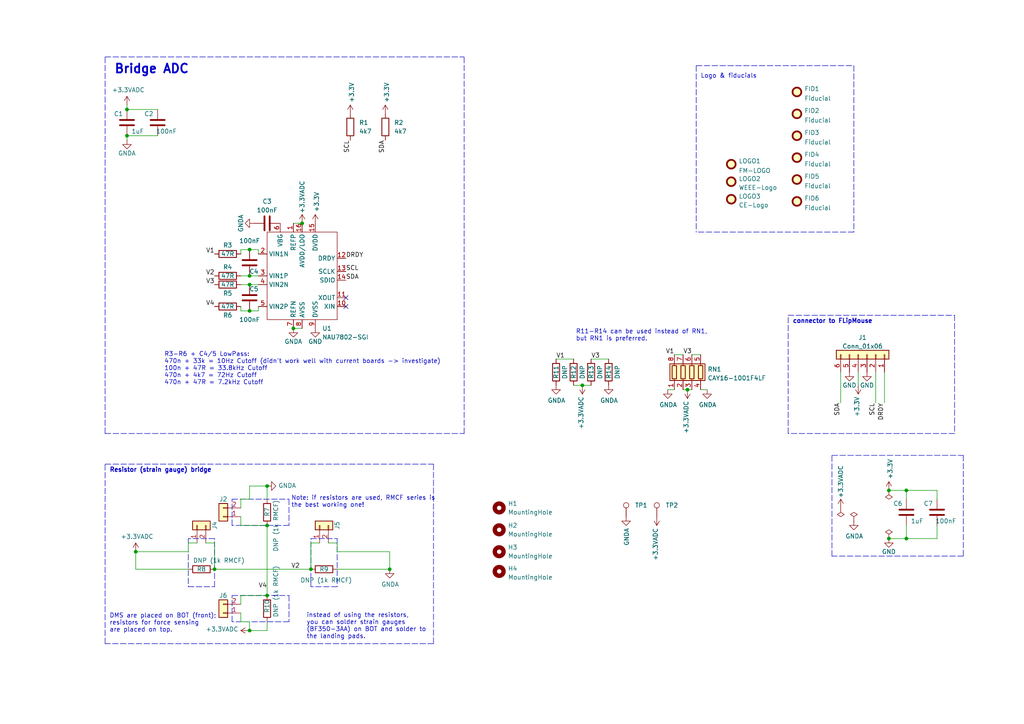
<source format=kicad_sch>
(kicad_sch (version 20211123) (generator eeschema)
  (paper "A4")
  (title_block (title "RES-DMS for FLipMouse") (date "2022-11-16") (rev "v3.2") (comment 1 "Eduard Sustr & Benjamin Aigner"))
  (lib_symbols
    (symbol "Connector:TestPoint" (pin_numbers hide) (pin_names (offset 0.762) hide)
      (property "Reference" "TP" (at 0 6.858 0))
      (property "Value" "TestPoint" (at 0 5.08 0))
      (symbol "TestPoint_0_1"
        (circle (center 0 3.302) (radius 0.762))
      )
      (symbol "TestPoint_1_1"
        (pin passive line (at 0 0 90) (length 2.54) (name "1") (number "1"))
      )
    )
    (symbol "Connector_Generic:Conn_01x02" (pin_names (offset 1.016) hide)
      (property "Reference" "J" (at 0 2.54 0))
      (property "Value" "Conn_01x02" (at 0 -5.08 0))
      (symbol "Conn_01x02_1_1"
        (rectangle (start -1.27 -2.413) (end 0 -2.667) (stroke (width 0.1524)))
        (rectangle (start -1.27 0.127) (end 0 -0.127) (stroke (width 0.1524)))
        (rectangle (start -1.27 1.27) (end 1.27 -3.81) (stroke (width 0.254)) (fill (type background)))
        (pin passive line (at -5.08 0 0) (length 3.81) (name "Pin_1") (number "1"))
        (pin passive line (at -5.08 -2.54 0) (length 3.81) (name "Pin_2") (number "2"))
      )
    )
    (symbol "Connector_Generic:Conn_01x06" (pin_names (offset 1.016) hide)
      (property "Reference" "J" (at 0 7.62 0))
      (property "Value" "Conn_01x06" (at 0 -10.16 0))
      (symbol "Conn_01x06_1_1"
        (rectangle (start -1.27 -7.493) (end 0 -7.747) (stroke (width 0.1524)))
        (rectangle (start -1.27 -4.953) (end 0 -5.207) (stroke (width 0.1524)))
        (rectangle (start -1.27 -2.413) (end 0 -2.667) (stroke (width 0.1524)))
        (rectangle (start -1.27 0.127) (end 0 -0.127) (stroke (width 0.1524)))
        (rectangle (start -1.27 2.667) (end 0 2.413) (stroke (width 0.1524)))
        (rectangle (start -1.27 5.207) (end 0 4.953) (stroke (width 0.1524)))
        (rectangle (start -1.27 6.35) (end 1.27 -8.89) (stroke (width 0.254)) (fill (type background)))
        (pin passive line (at -5.08 5.08 0) (length 3.81) (name "Pin_1") (number "1"))
        (pin passive line (at -5.08 2.54 0) (length 3.81) (name "Pin_2") (number "2"))
        (pin passive line (at -5.08 0 0) (length 3.81) (name "Pin_3") (number "3"))
        (pin passive line (at -5.08 -2.54 0) (length 3.81) (name "Pin_4") (number "4"))
        (pin passive line (at -5.08 -5.08 0) (length 3.81) (name "Pin_5") (number "5"))
        (pin passive line (at -5.08 -7.62 0) (length 3.81) (name "Pin_6") (number "6"))
      )
    )
    (symbol "Device:C" (pin_numbers hide) (pin_names (offset 0.254))
      (property "Reference" "C" (at 0.635 2.54 0))
      (property "Value" "C" (at 0.635 -2.54 0))
      (symbol "C_0_1"
        (polyline (pts (xy -2.032 -0.762) (xy 2.032 -0.762)) (stroke (width 0.508)))
        (polyline (pts (xy -2.032 0.762) (xy 2.032 0.762)) (stroke (width 0.508)))
      )
      (symbol "C_1_1"
        (pin passive line (at 0 3.81 270) (length 2.794) (name "~") (number "1"))
        (pin passive line (at 0 -3.81 90) (length 2.794) (name "~") (number "2"))
      )
    )
    (symbol "Device:R" (pin_numbers hide) (pin_names (offset 0))
      (property "Reference" "R" (at 2.032 0 90))
      (property "Value" "R" (at 0 0 90))
      (symbol "R_0_1"
        (rectangle (start -1.016 -2.54) (end 1.016 2.54) (stroke (width 0.254)))
      )
      (symbol "R_1_1"
        (pin passive line (at 0 3.81 270) (length 1.27) (name "~") (number "1"))
        (pin passive line (at 0 -3.81 90) (length 1.27) (name "~") (number "2"))
      )
    )
    (symbol "Device:R_Pack04" (pin_names (offset 0) hide)
      (property "Reference" "RN" (at -7.62 0 90))
      (property "Value" "R_Pack04" (at 5.08 0 90))
      (symbol "R_Pack04_0_1"
        (rectangle (start -6.35 -2.413) (end 3.81 2.413) (stroke (width 0.254)) (fill (type background)))
        (rectangle (start -5.715 1.905) (end -4.445 -1.905) (stroke (width 0.254)))
        (rectangle (start -3.175 1.905) (end -1.905 -1.905) (stroke (width 0.254)))
        (rectangle (start -0.635 1.905) (end 0.635 -1.905) (stroke (width 0.254)))
        (polyline (pts (xy -5.08 -2.54) (xy -5.08 -1.905)))
        (polyline (pts (xy -5.08 1.905) (xy -5.08 2.54)))
        (polyline (pts (xy -2.54 -2.54) (xy -2.54 -1.905)))
        (polyline (pts (xy -2.54 1.905) (xy -2.54 2.54)))
        (polyline (pts (xy 0 -2.54) (xy 0 -1.905)))
        (polyline (pts (xy 0 1.905) (xy 0 2.54)))
        (polyline (pts (xy 2.54 -2.54) (xy 2.54 -1.905)))
        (polyline (pts (xy 2.54 1.905) (xy 2.54 2.54)))
        (rectangle (start 1.905 1.905) (end 3.175 -1.905) (stroke (width 0.254)))
      )
      (symbol "R_Pack04_1_1"
        (pin passive line (at -5.08 -5.08 90) (length 2.54) (name "R1.1") (number "1"))
        (pin passive line (at -2.54 -5.08 90) (length 2.54) (name "R2.1") (number "2"))
        (pin passive line (at 0 -5.08 90) (length 2.54) (name "R3.1") (number "3"))
        (pin passive line (at 2.54 -5.08 90) (length 2.54) (name "R4.1") (number "4"))
        (pin passive line (at 2.54 5.08 270) (length 2.54) (name "R4.2") (number "5"))
        (pin passive line (at 0 5.08 270) (length 2.54) (name "R3.2") (number "6"))
        (pin passive line (at -2.54 5.08 270) (length 2.54) (name "R2.2") (number "7"))
        (pin passive line (at -5.08 5.08 270) (length 2.54) (name "R1.2") (number "8"))
      )
    )
    (symbol "Mechanical:Fiducial"
      (property "Reference" "FID" (at 0 5.08 0))
      (property "Value" "Fiducial" (at 0 3.175 0))
      (symbol "Fiducial_0_1"
        (circle (center 0 0) (radius 1.27) (stroke (width 0.508)) (fill (type background)))
      )
    )
    (symbol "Mechanical:MountingHole" (pin_names (offset 1.016))
      (property "Reference" "H" (at 0 5.08 0))
      (property "Value" "MountingHole" (at 0 3.175 0))
      (symbol "MountingHole_0_1"
        (circle (center 0 0) (radius 1.27) (stroke (width 1.27)))
      )
    )
    (symbol "NAU7802:NAU7802-SGI"
      (property "Reference" "U" (at 6.35 13.97 0))
      (property "Value" "NAU7802-SGI" (at 12.7 -15.24 0))
      (symbol "NAU7802-SGI_0_1"
        (rectangle (start -10.16 12.7) (end 10.16 -12.7))
      )
      (symbol "NAU7802-SGI_1_1"
        (pin input line (at -2.54 15.24 270) (length 2.54) (name "REFP") (number "1"))
        (pin input line (at 12.7 -8.89 180) (length 2.54) (name "XIN") (number "10"))
        (pin output line (at 12.7 -6.35 180) (length 2.54) (name "XOUT") (number "11"))
        (pin output line (at 12.7 5.08 180) (length 2.54) (name "DRDY") (number "12"))
        (pin input line (at 12.7 1.27 180) (length 2.54) (name "SCLK") (number "13"))
        (pin bidirectional line (at 12.7 -1.27 180) (length 2.54) (name "SDIO") (number "14"))
        (pin power_in line (at 3.81 15.24 270) (length 2.54) (name "DVDD") (number "15"))
        (pin bidirectional line (at 0 15.24 270) (length 2.54) (name "AVDD/LDO") (number "16"))
        (pin input line (at -12.7 6.35 0) (length 2.54) (name "VIN1N") (number "2"))
        (pin input line (at -12.7 0 0) (length 2.54) (name "VIN1P") (number "3"))
        (pin input line (at -12.7 -2.54 0) (length 2.54) (name "VIN2N") (number "4"))
        (pin input line (at -12.7 -8.89 0) (length 2.54) (name "VIN2P") (number "5"))
        (pin bidirectional line (at -6.35 15.24 270) (length 2.54) (name "VBG") (number "6"))
        (pin input line (at -2.54 -15.24 90) (length 2.54) (name "REFN") (number "7"))
        (pin power_in line (at 0 -15.24 90) (length 2.54) (name "AVSS") (number "8"))
        (pin power_in line (at 3.81 -15.24 90) (length 2.54) (name "DVSS") (number "9"))
      )
    )
    (symbol "power:+3.3V" (power) (pin_names (offset 0))
      (property "Value" "+3.3V" (at 0 3.556 0))
      (symbol "+3.3V_0_1"
        (polyline (pts (xy -0.762 1.27) (xy 0 2.54)))
        (polyline (pts (xy 0 0) (xy 0 2.54)))
        (polyline (pts (xy 0 2.54) (xy 0.762 1.27)))
      )
      (symbol "+3.3V_1_1"
        (pin power_in line (at 0 0 90) (length 0) hide (name "+3.3V") (number "1"))
      )
    )
    (symbol "power:+3.3VADC" (power) (pin_names (offset 0))
      (property "Value" "+3.3VADC" (at 0 2.54 0))
      (symbol "+3.3VADC_0_0"
        (pin power_in line (at 0 0 90) (length 0) hide (name "+3.3VADC") (number "1"))
      )
      (symbol "+3.3VADC_0_1"
        (polyline (pts (xy -0.762 1.27) (xy 0 2.54)))
        (polyline (pts (xy 0 0) (xy 0 2.54)))
        (polyline (pts (xy 0 2.54) (xy 0.762 1.27)))
      )
    )
    (symbol "power:GND" (power) (pin_names (offset 0))
      (property "Value" "GND" (at 0 -3.81 0))
      (symbol "GND_0_1"
        (polyline (pts (xy 0 0) (xy 0 -1.27) (xy 1.27 -1.27) (xy 0 -2.54) (xy -1.27 -1.27) (xy 0 -1.27)))
      )
      (symbol "GND_1_1"
        (pin power_in line (at 0 0 270) (length 0) hide (name "GND") (number "1"))
      )
    )
    (symbol "power:GNDA" (power) (pin_names (offset 0))
      (property "Value" "GNDA" (at 0 -3.81 0))
      (symbol "GNDA_0_1"
        (polyline (pts (xy 0 0) (xy 0 -1.27) (xy 1.27 -1.27) (xy 0 -2.54) (xy -1.27 -1.27) (xy 0 -1.27)))
      )
      (symbol "GNDA_1_1"
        (pin power_in line (at 0 0 270) (length 0) hide (name "GNDA") (number "1"))
      )
    )
    (symbol "power:PWR_FLAG" (power) (pin_numbers hide) (pin_names (offset 0) hide)
      (property "Value" "PWR_FLAG" (at 0 3.81 0))
      (symbol "PWR_FLAG_0_0"
        (pin power_out line (at 0 0 90) (length 0) (name "pwr") (number "1"))
      )
      (symbol "PWR_FLAG_0_1"
        (polyline (pts (xy 0 0) (xy 0 1.27) (xy -1.016 1.905) (xy 0 2.54) (xy 1.016 1.905) (xy 0 1.27)))
      )
    )
  )
  (junction (at 90.17 165.1))
  (junction (at 257.81 156.21))
  (junction (at 36.83 31.75))
  (junction (at 77.47 140.97))
  (junction (at 62.23 165.1))
  (junction (at 77.47 172.72))
  (junction (at 113.03 165.1))
  (junction (at 262.89 142.24))
  (junction (at 87.63 64.77))
  (junction (at 72.39 72.39))
  (junction (at 72.39 90.17))
  (junction (at 39.37 160.02))
  (junction (at 85.09 95.25))
  (junction (at 257.81 142.24))
  (junction (at 262.89 156.21))
  (junction (at 36.83 39.37))
  (junction (at 77.47 152.4))
  (junction (at 199.39 113.03))
  (junction (at 72.39 82.55))
  (junction (at 168.91 111.76))
  (junction (at 72.39 182.88))
  (junction (at 72.39 80.01))
  (no_connect (at 100.33 86.36))
  (no_connect (at 100.33 88.9))
  (wire (pts (xy 39.37 160.02) (xy 39.37 165.1)))
  (polyline (pts (xy 125.73 134.62) (xy 125.73 186.69)))
  (wire (pts (xy 74.93 90.17) (xy 74.93 88.9)))
  (wire (pts (xy 69.85 90.17) (xy 72.39 90.17)))
  (polyline (pts (xy 30.48 16.51) (xy 134.62 16.51)))
  (polyline (pts (xy 30.48 125.73) (xy 134.62 125.73)))
  (wire (pts (xy 198.12 113.03) (xy 199.39 113.03)))
  (wire (pts (xy 69.85 149.86) (xy 69.85 152.4)))
  (wire (pts (xy 69.85 82.55) (xy 72.39 82.55)))
  (polyline (pts (xy 54.61 170.18) (xy 62.23 170.18)))
  (wire (pts (xy 171.45 104.14) (xy 176.53 104.14)))
  (wire (pts (xy 59.69 157.48) (xy 62.23 157.48)))
  (polyline (pts (xy 241.3 161.29) (xy 241.3 132.08)))
  (polyline (pts (xy 67.31 172.72) (xy 83.82 172.72)))
  (wire (pts (xy 45.72 39.37) (xy 36.83 39.37)))
  (wire (pts (xy 69.85 88.9) (xy 69.85 90.17)))
  (wire (pts (xy 262.89 142.24) (xy 271.78 142.24)))
  (wire (pts (xy 72.39 140.97) (xy 77.47 140.97)))
  (polyline (pts (xy 201.93 19.05) (xy 247.65 19.05)))
  (wire (pts (xy 74.93 72.39) (xy 74.93 73.66)))
  (wire (pts (xy 199.39 113.03) (xy 200.66 113.03)))
  (wire (pts (xy 161.29 104.14) (xy 166.37 104.14)))
  (polyline (pts (xy 276.86 125.73) (xy 228.6 125.73)))
  (wire (pts (xy 69.85 80.01) (xy 72.39 80.01)))
  (wire (pts (xy 36.83 30.48) (xy 36.83 31.75)))
  (polyline (pts (xy 201.93 19.05) (xy 201.93 67.31)))
  (wire (pts (xy 62.23 165.1) (xy 90.17 165.1)))
  (wire (pts (xy 193.675 113.03) (xy 195.58 113.03)))
  (wire (pts (xy 90.17 157.48) (xy 90.17 165.1)))
  (polyline (pts (xy 247.65 67.31) (xy 201.93 67.31)))
  (wire (pts (xy 69.85 72.39) (xy 72.39 72.39)))
  (wire (pts (xy 271.78 142.24) (xy 271.78 144.78)))
  (wire (pts (xy 77.47 180.34) (xy 77.47 182.88)))
  (wire (pts (xy 36.83 40.64) (xy 36.83 39.37)))
  (wire (pts (xy 69.85 172.72) (xy 77.47 172.72)))
  (polyline (pts (xy 228.6 91.44) (xy 276.86 91.44)))
  (wire (pts (xy 54.61 157.48) (xy 54.61 160.02)))
  (wire (pts (xy 113.03 165.1) (xy 113.03 160.02)))
  (polyline (pts (xy 83.82 144.78) (xy 83.82 152.4)))
  (wire (pts (xy 257.81 142.24) (xy 262.89 142.24)))
  (wire (pts (xy 85.09 95.25) (xy 87.63 95.25)))
  (wire (pts (xy 69.85 73.66) (xy 69.85 72.39)))
  (wire (pts (xy 77.47 144.78) (xy 77.47 140.97)))
  (polyline (pts (xy 228.6 125.73) (xy 228.6 91.44)))
  (polyline (pts (xy 279.4 132.08) (xy 279.4 161.29)))
  (polyline (pts (xy 67.31 152.4) (xy 67.31 144.78)))
  (wire (pts (xy 243.84 116.84) (xy 243.84 107.95)))
  (wire (pts (xy 69.85 177.8) (xy 69.85 180.34)))
  (polyline (pts (xy 67.31 180.34) (xy 67.31 172.72)))
  (wire (pts (xy 262.89 142.24) (xy 262.89 144.78)))
  (polyline (pts (xy 30.48 186.69) (xy 30.48 134.62)))
  (wire (pts (xy 72.39 90.17) (xy 74.93 90.17)))
  (polyline (pts (xy 30.48 134.62) (xy 125.73 134.62)))
  (wire (pts (xy 36.83 31.75) (xy 45.72 31.75)))
  (wire (pts (xy 92.71 157.48) (xy 90.17 157.48)))
  (wire (pts (xy 262.89 156.21) (xy 271.78 156.21)))
  (wire (pts (xy 85.09 64.77) (xy 87.63 64.77)))
  (wire (pts (xy 248.92 107.95) (xy 248.92 111.76)))
  (wire (pts (xy 69.85 180.34) (xy 72.39 180.34)))
  (polyline (pts (xy 134.62 125.73) (xy 134.62 16.51)))
  (polyline (pts (xy 62.23 170.18) (xy 62.23 156.21)))
  (wire (pts (xy 72.39 80.01) (xy 74.93 80.01)))
  (wire (pts (xy 69.85 147.32) (xy 69.85 144.78)))
  (wire (pts (xy 168.91 111.76) (xy 171.45 111.76)))
  (wire (pts (xy 97.79 165.1) (xy 113.03 165.1)))
  (polyline (pts (xy 97.79 170.18) (xy 90.17 170.18)))
  (wire (pts (xy 256.54 107.95) (xy 256.54 116.84)))
  (polyline (pts (xy 30.48 125.73) (xy 30.48 16.51)))
  (polyline (pts (xy 54.61 156.21) (xy 54.61 170.18)))
  (wire (pts (xy 262.89 152.4) (xy 262.89 156.21)))
  (wire (pts (xy 95.25 157.48) (xy 97.79 157.48)))
  (polyline (pts (xy 62.23 156.21) (xy 54.61 156.21)))
  (wire (pts (xy 200.66 102.87) (xy 203.2 102.87)))
  (polyline (pts (xy 247.65 19.05) (xy 247.65 67.31)))
  (polyline (pts (xy 83.82 152.4) (xy 67.31 152.4)))
  (wire (pts (xy 113.03 160.02) (xy 97.79 160.02)))
  (wire (pts (xy 69.85 152.4) (xy 77.47 152.4)))
  (polyline (pts (xy 241.3 132.08) (xy 279.4 132.08)))
  (wire (pts (xy 166.37 111.76) (xy 168.91 111.76)))
  (wire (pts (xy 72.39 72.39) (xy 74.93 72.39)))
  (wire (pts (xy 39.37 160.02) (xy 54.61 160.02)))
  (wire (pts (xy 72.39 140.97) (xy 72.39 144.78)))
  (wire (pts (xy 72.39 182.88) (xy 72.39 180.34)))
  (polyline (pts (xy 125.73 186.69) (xy 30.48 186.69)))
  (polyline (pts (xy 276.86 91.44) (xy 276.86 125.73)))
  (wire (pts (xy 271.78 156.21) (xy 271.78 152.4)))
  (polyline (pts (xy 97.79 156.21) (xy 97.79 170.18)))
  (wire (pts (xy 72.39 182.88) (xy 77.47 182.88)))
  (polyline (pts (xy 83.82 172.72) (xy 83.82 180.34)))
  (wire (pts (xy 257.81 156.21) (xy 262.89 156.21)))
  (wire (pts (xy 57.15 157.48) (xy 54.61 157.48)))
  (polyline (pts (xy 279.4 161.29) (xy 241.3 161.29)))
  (polyline (pts (xy 83.82 180.34) (xy 67.31 180.34)))
  (polyline (pts (xy 90.17 156.21) (xy 97.79 156.21)))
  (wire (pts (xy 254 116.84) (xy 254 107.95)))
  (wire (pts (xy 39.37 165.1) (xy 54.61 165.1)))
  (wire (pts (xy 72.39 82.55) (xy 74.93 82.55)))
  (polyline (pts (xy 90.17 170.18) (xy 90.17 156.21)))
  (wire (pts (xy 203.2 113.03) (xy 205.105 113.03)))
  (polyline (pts (xy 67.31 144.78) (xy 83.82 144.78)))
  (wire (pts (xy 195.58 102.87) (xy 198.12 102.87)))
  (wire (pts (xy 69.85 144.78) (xy 72.39 144.78)))
  (wire (pts (xy 62.23 157.48) (xy 62.23 165.1)))
  (wire (pts (xy 97.79 157.48) (xy 97.79 160.02)))
  (wire (pts (xy 69.85 175.26) (xy 69.85 172.72)))
  (wire (pts (xy 77.47 152.4) (xy 77.47 172.72)))
  (text "DMS are placed on BOT (front);\nresistors for force sensing \nare placed on top." (at 31.75 183.515 0) (effects (font (size 1.27 1.27)) (justify left bottom)))
  (text "Note: if resistors are used, RMCF series is\nthe best working one!" (at 84.455 147.32 0) (effects (font (size 1.27 1.27)) (justify left bottom)))
  (text "connector to FLipMouse" (at 229.87 93.98 0) (effects (font (size 1.27 1.27) (thickness 0.254) bold) (justify left bottom)))
  (text "Resistor (strain gauge) bridge" (at 31.75 137.16 0) (effects (font (size 1.27 1.27) (thickness 0.254) bold) (justify left bottom)))
  (text "Logo & fiducials" (at 203.2 22.86 0) (effects (font (size 1.27 1.27)) (justify left bottom)))
  (text "R11-R14 can be used instead of RN1,\nbut RN1 is preferred." (at 167.005 99.06 0) (effects (font (size 1.27 1.27)) (justify left bottom)))
  (text "Bridge ADC" (at 33.02 21.59 0) (effects (font (size 2.54 2.54) (thickness 0.508) bold) (justify left bottom)))
  (text "instead of using the resistors, \nyou can solder strain gauges \n(BF350-3AA) on BOT and solder to\nthe landing pads." (at 88.9 185.42 0) (effects (font (size 1.27 1.27)) (justify left bottom)))
  (text "R3-R6 + C4/5 LowPass:\n470n + 33k = 10Hz Cutoff (didn't work well with current boards -> investigate)\n100n + 47R = 33.8kHz Cutoff\n470n + 4k7 = 72Hz Cutoff\n470n + 47R = 7.2kHz Cutoff" (at 47.625 111.76 0) (effects (font (size 1.27 1.27)) (justify left bottom)))
  (label "V3" (at 62.23 82.55 180))
  (label "V1" (at 62.23 73.66 180))
  (label "V2" (at 62.23 80.01 180))
  (label "V4" (at 77.47 170.815 180))
  (label "SDA" (at 111.76 40.64 270))
  (label "SCL" (at 100.33 78.74 0))
  (label "SDA" (at 100.33 81.28 0))
  (label "V4" (at 62.23 88.9 180))
  (label "V1" (at 195.58 102.87 180))
  (label "V3" (at 200.66 102.87 180))
  (label "V3" (at 173.99 104.14 180))
  (label "SDA" (at 243.84 116.84 270))
  (label "DRDY" (at 100.33 74.93 0))
  (label "V1" (at 163.83 104.14 180))
  (label "DRDY" (at 256.54 116.84 270))
  (label "SCL" (at 101.6 40.64 270))
  (label "V2" (at 84.455 165.1 0))
  (label "SCL" (at 254 116.84 270))
  (symbol (lib_id "Device:R") (at 77.47 148.59 0) (unit 1)
    (property "Reference" "R7" (at 77.47 149.86 90) (effects (justify left)))
    (property "Value" "DNP (1k RMCF)" (at 80.01 160.02 90) (effects (justify left)))
    (property "Footprint" "Resistor_SMD:R_1206_3216Metric" (effects hide))
  )
  (symbol (lib_id "Device:R") (at 77.47 176.53 0) (unit 1)
    (property "Reference" "R10" (at 77.47 177.8 90) (effects (justify left)))
    (property "Value" "DNP (1k RMCF)" (at 80.01 179.07 90) (effects (justify left)))
    (property "Footprint" "Resistor_SMD:R_1206_3216Metric" (effects hide))
  )
  (symbol (lib_id "Device:R") (at 58.42 165.1 90) (unit 1)
    (property "Reference" "R8" (at 58.42 165.1 90))
    (property "Value" "DNP (1k RMCF)" (at 63.5 162.56 90))
    (property "Footprint" "Resistor_SMD:R_1206_3216Metric" (effects hide))
  )
  (symbol (lib_id "Device:R") (at 93.98 165.1 90) (unit 1)
    (property "Reference" "R9" (at 93.98 165.1 90))
    (property "Value" "DNP (1k RMCF)" (at 94.615 168.275 90))
    (property "Footprint" "Resistor_SMD:R_1206_3216Metric" (effects hide))
  )
  (symbol (lib_id "Device:C") (at 36.83 35.56 0) (unit 1)
    (property "Reference" "C1" (at 33.02 33.02 0) (effects (justify left)))
    (property "Value" "1uF" (at 38.1 38.1 0) (effects (justify left)))
    (property "Footprint" "Capacitor_SMD:C_0603_1608Metric" (effects hide))
    (property "Digikey" "1276-6524-1-ND" (effects hide))
    (property "Farnell" "3013384" (effects hide))
    (property "Mouser" "581-06036C105MAT2A" (effects hide))
    (property "RS-Components" "184-3898" (effects hide))
  )
  (symbol (lib_id "power:GNDA") (at 113.03 165.1 0) (unit 1)
    (property "Reference" "#PWR027" (effects hide))
    (property "Value" "GNDA" (at 113.157 169.4942 0))
  )
  (symbol (lib_id "power:+3.3VADC") (at 39.37 160.02 0) (unit 1)
    (property "Reference" "#PWR026" (effects hide))
    (property "Value" "+3.3VADC" (at 39.751 155.6258 0))
  )
  (symbol (lib_id "power:+3.3VADC") (at 72.39 182.88 90) (unit 1)
    (property "Reference" "#PWR028" (effects hide))
    (property "Value" "+3.3VADC" (at 69.1642 182.499 90) (effects (justify left)))
  )
  (symbol (lib_id "power:GNDA") (at 77.47 140.97 90) (unit 1)
    (property "Reference" "#PWR019" (effects hide))
    (property "Value" "GNDA" (at 80.7212 140.843 90) (effects (justify right)))
  )
  (symbol (lib_id "power:GNDA") (at 247.65 151.13 0) (unit 1)
    (property "Reference" "#PWR024" (effects hide))
    (property "Value" "GNDA" (at 247.777 155.5242 0))
  )
  (symbol (lib_id "power:+3.3V") (at 248.92 111.76 180) (unit 1)
    (property "Reference" "#PWR012" (effects hide))
    (property "Value" "+3.3V" (at 248.539 115.0112 90) (effects (justify left)))
  )
  (symbol (lib_id "power:+3.3VADC") (at 36.83 30.48 0) (unit 1)
    (property "Reference" "#PWR01" (effects hide))
    (property "Value" "+3.3VADC" (at 37.211 26.0858 0))
  )
  (symbol (lib_id "power:GNDA") (at 36.83 40.64 0) (unit 1)
    (property "Reference" "#PWR04" (effects hide))
    (property "Value" "GNDA" (at 36.83 44.45 0))
  )
  (symbol (lib_id "power:PWR_FLAG") (at 243.84 147.32 180) (unit 1)
    (property "Reference" "#FLG02" (effects hide))
    (property "Value" "PWR_FLAG" (effects hide))
  )
  (symbol (lib_id "power:PWR_FLAG") (at 247.65 151.13 0) (unit 1)
    (property "Reference" "#FLG03" (effects hide))
    (property "Value" "PWR_FLAG" (effects hide))
  )
  (symbol (lib_id "Device:C") (at 45.72 35.56 0) (unit 1)
    (property "Reference" "C2" (at 43.18 33.02 0))
    (property "Value" "100nF" (at 48.26 38.1 0))
    (property "Footprint" "Capacitor_SMD:C_0603_1608Metric" (effects hide))
    (property "Digikey" "1276-CL10B104KB8NNNLCT-ND" (effects hide))
    (property "Farnell" "3013409" (effects hide))
    (property "Mouser" "581-06035C104K4" (effects hide))
    (property "RS-Components" "200-6519" (effects hide))
  )
  (symbol (lib_id "Mechanical:Fiducial") (at 231.14 58.42 0) (unit 1) (in_bom no)
    (property "Reference" "FID6" (at 233.299 57.5115 0) (effects (justify left)))
    (property "Value" "Fiducial" (at 233.299 60.2866 0) (effects (justify left)))
    (property "Footprint" "Fiducial:Fiducial_0.5mm_Mask1mm" (effects hide))
  )
  (symbol (lib_id "Device:C") (at 72.39 76.2 180) (unit 1)
    (property "Reference" "C4" (at 73.66 78.74 0))
    (property "Value" "100nF" (at 72.39 69.85 0))
    (property "Footprint" "Capacitor_SMD:C_0603_1608Metric" (effects hide))
    (property "Digikey" "1276-CL10B104KB8NNNLCT-ND" (effects hide))
    (property "Farnell" "3013409" (effects hide))
    (property "Mouser" "581-06035C104K4" (effects hide))
    (property "RS-Components" "200-6519" (effects hide))
  )
  (symbol (lib_id "Connector_Generic:Conn_01x02") (at 57.15 152.4 90) (unit 1)
    (property "Reference" "J4" (at 62.23 152.4 0))
    (property "Value" "straingauge" (effects hide))
    (property "Footprint" "Project:straingauges" (effects hide))
  )
  (symbol (lib_id "power:GNDA") (at 205.105 113.03 0) (unit 1)
    (property "Reference" "#PWR018" (effects hide))
    (property "Value" "GNDA" (at 205.232 117.4242 0))
  )
  (symbol (lib_id "Device:R") (at 176.53 107.95 180) (unit 1)
    (property "Reference" "R14" (at 176.53 107.95 90))
    (property "Value" "DNP" (at 179.07 107.95 90))
    (property "Footprint" "Resistor_SMD:R_1206_3216Metric" (effects hide))
  )
  (symbol (lib_id "Mechanical:Fiducial") (at 231.14 26.67 0) (unit 1) (in_bom no)
    (property "Reference" "FID1" (at 233.299 25.7615 0) (effects (justify left)))
    (property "Value" "Fiducial" (at 233.299 28.5366 0) (effects (justify left)))
    (property "Footprint" "Fiducial:Fiducial_0.5mm_Mask1mm" (effects hide))
  )
  (symbol (lib_id "Device:R") (at 171.45 107.95 180) (unit 1)
    (property "Reference" "R13" (at 171.45 107.95 90))
    (property "Value" "DNP" (at 173.99 107.95 90))
    (property "Footprint" "Resistor_SMD:R_1206_3216Metric" (effects hide))
  )
  (symbol (lib_id "power:GNDA") (at 161.29 111.76 0) (unit 1)
    (property "Reference" "#PWR013" (effects hide))
    (property "Value" "GNDA" (at 161.417 116.1542 0))
  )
  (symbol (lib_id "Device:C") (at 72.39 86.36 180) (unit 1)
    (property "Reference" "C5" (at 73.66 83.82 0))
    (property "Value" "100nF" (at 72.39 92.71 0))
    (property "Footprint" "Capacitor_SMD:C_0603_1608Metric" (effects hide))
    (property "Digikey" "1276-CL10B104KB8NNNLCT-ND" (effects hide))
    (property "Farnell" "3013409" (effects hide))
    (property "Mouser" "581-06035C104K4" (effects hide))
    (property "RS-Components" "200-6519" (effects hide))
  )
  (symbol (lib_id "Mechanical:Fiducial") (at 231.14 52.07 0) (unit 1) (in_bom no)
    (property "Reference" "FID5" (at 233.299 51.1615 0) (effects (justify left)))
    (property "Value" "Fiducial" (at 233.299 53.9366 0) (effects (justify left)))
    (property "Footprint" "Fiducial:Fiducial_0.5mm_Mask1mm" (effects hide))
  )
  (symbol (lib_id "power:+3.3VADC") (at 190.5 149.86 180) (unit 1)
    (property "Reference" "#PWR023" (effects hide))
    (property "Value" "+3.3VADC" (at 190.119 153.1112 90) (effects (justify left)))
  )
  (symbol (lib_id "Connector:TestPoint") (at 190.5 149.86 0) (unit 1)
    (property "Reference" "TP2" (at 193.04 146.5579 0) (effects (justify left)))
    (property "Value" "TestPoint" (effects hide))
    (property "Footprint" "TestPoint:TestPoint_Pad_D1.0mm" (effects hide))
  )
  (symbol (lib_id "Mechanical:MountingHole") (at 144.78 153.67 0) (unit 1)
    (property "Reference" "H2" (at 147.32 152.3999 0) (effects (justify left)))
    (property "Value" "MountingHole" (at 147.32 154.9399 0) (effects (justify left)))
    (property "Footprint" "MountingHole:MountingHole_2.2mm_M2_DIN965" (effects hide))
  )
  (symbol (lib_id "power:PWR_FLAG") (at 257.81 142.24 180) (unit 1)
    (property "Reference" "#FLG01" (effects hide))
    (property "Value" "PWR_FLAG" (effects hide))
  )
  (symbol (lib_id "Mechanical:Fiducial") (at 212.09 52.705 0) (unit 1) (in_bom no)
    (property "Reference" "LOGO2" (at 214.249 51.8703 0) (effects (justify left)))
    (property "Value" "WEEE-Logo" (at 214.249 54.4072 0) (effects (justify left)))
    (property "Footprint" "Symbol:WEEE-Logo_4.2x6mm_SilkScreen" (effects hide))
  )
  (symbol (lib_id "Device:R") (at 101.6 36.83 0) (unit 1)
    (property "Reference" "R1" (at 104.14 35.5599 0) (effects (justify left)))
    (property "Value" "4k7" (at 104.14 38.0999 0) (effects (justify left)))
    (property "Footprint" "Resistor_SMD:R_0603_1608Metric" (effects hide))
    (property "Digikey" "1292-WR06X472JTLCT-ND" (effects hide))
    (property "Farnell" "3994558" (effects hide))
    (property "Mouser" "756-WCR0603-4K7FI" (effects hide))
    (property "RS-Components" "199-5594" (effects hide))
  )
  (symbol (lib_id "Device:C") (at 271.78 148.59 0) (unit 1)
    (property "Reference" "C7" (at 269.24 146.05 0))
    (property "Value" "100nF" (at 274.32 151.13 0))
    (property "Footprint" "Capacitor_SMD:C_0603_1608Metric" (effects hide))
    (property "Digikey" "1276-CL10B104KB8NNNLCT-ND" (effects hide))
    (property "Farnell" "3013409" (effects hide))
    (property "Mouser" "581-06035C104K4" (effects hide))
    (property "RS-Components" "200-6519" (effects hide))
  )
  (symbol (lib_id "power:GNDA") (at 181.61 149.86 0) (unit 1)
    (property "Reference" "#PWR022" (effects hide))
    (property "Value" "GNDA" (at 181.737 153.1112 90) (effects (justify right)))
  )
  (symbol (lib_id "Mechanical:Fiducial") (at 231.14 33.02 0) (unit 1) (in_bom no)
    (property "Reference" "FID2" (at 233.299 32.1115 0) (effects (justify left)))
    (property "Value" "Fiducial" (at 233.299 34.8866 0) (effects (justify left)))
    (property "Footprint" "Fiducial:Fiducial_0.5mm_Mask1mm" (effects hide))
  )
  (symbol (lib_id "Mechanical:MountingHole") (at 144.78 160.02 0) (unit 1)
    (property "Reference" "H3" (at 147.32 158.7499 0) (effects (justify left)))
    (property "Value" "MountingHole" (at 147.32 161.2899 0) (effects (justify left)))
    (property "Footprint" "MountingHole:MountingHole_2.2mm_M2_DIN965" (effects hide))
  )
  (symbol (lib_id "Device:R") (at 66.04 73.66 270) (unit 1)
    (property "Reference" "R3" (at 66.04 71.12 90))
    (property "Value" "47R" (at 66.04 73.66 90))
    (property "Footprint" "Resistor_SMD:R_0603_1608Metric" (effects hide))
    (property "Digikey" "P47.0HCT-ND" (effects hide))
    (property "Farnell" "2447378" (effects hide))
    (property "Mouser" "603-RC0603JR-1347RL" (effects hide))
    (property "RS-Components" "199-5584" (effects hide))
  )
  (symbol (lib_id "power:GND") (at 251.46 107.95 0) (unit 1)
    (property "Reference" "#PWR011" (effects hide))
    (property "Value" "GND" (at 251.46 111.76 0))
  )
  (symbol (lib_id "Connector:TestPoint") (at 181.61 149.86 0) (unit 1)
    (property "Reference" "TP1" (at 184.15 146.5579 0) (effects (justify left)))
    (property "Value" "TestPoint" (effects hide))
    (property "Footprint" "TestPoint:TestPoint_Pad_D1.0mm" (effects hide))
  )
  (symbol (lib_id "power:+3.3VADC") (at 87.63 64.77 0) (unit 1)
    (property "Reference" "#PWR06" (effects hide))
    (property "Value" "+3.3VADC" (at 87.63 57.15 90))
  )
  (symbol (lib_id "power:GNDA") (at 85.09 95.25 0) (unit 1)
    (property "Reference" "#PWR08" (effects hide))
    (property "Value" "GNDA" (at 85.09 99.06 0))
  )
  (symbol (lib_id "Mechanical:Fiducial") (at 231.14 45.72 0) (unit 1) (in_bom no)
    (property "Reference" "FID4" (at 233.299 44.8115 0) (effects (justify left)))
    (property "Value" "Fiducial" (at 233.299 47.5866 0) (effects (justify left)))
    (property "Footprint" "Fiducial:Fiducial_0.5mm_Mask1mm" (effects hide))
  )
  (symbol (lib_id "power:GND") (at 257.81 156.21 0) (unit 1)
    (property "Reference" "#PWR025" (effects hide))
    (property "Value" "GND" (at 257.81 160.02 0))
  )
  (symbol (lib_id "Mechanical:Fiducial") (at 231.14 39.37 0) (unit 1) (in_bom no)
    (property "Reference" "FID3" (at 233.299 38.4615 0) (effects (justify left)))
    (property "Value" "Fiducial" (at 233.299 41.2366 0) (effects (justify left)))
    (property "Footprint" "Fiducial:Fiducial_0.5mm_Mask1mm" (effects hide))
  )
  (symbol (lib_id "power:GNDA") (at 176.53 111.76 0) (unit 1)
    (property "Reference" "#PWR015" (effects hide))
    (property "Value" "GNDA" (at 176.657 116.1542 0))
  )
  (symbol (lib_id "Mechanical:MountingHole") (at 144.78 147.32 0) (unit 1)
    (property "Reference" "H1" (at 147.32 146.0499 0) (effects (justify left)))
    (property "Value" "MountingHole" (at 147.32 148.5899 0) (effects (justify left)))
    (property "Footprint" "MountingHole:MountingHole_2.2mm_M2_DIN965" (effects hide))
  )
  (symbol (lib_id "Device:R") (at 161.29 107.95 180) (unit 1)
    (property "Reference" "R11" (at 161.29 107.95 90))
    (property "Value" "DNP" (at 163.83 107.95 90))
    (property "Footprint" "Resistor_SMD:R_1206_3216Metric" (effects hide))
  )
  (symbol (lib_id "Device:R") (at 66.04 80.01 270) (unit 1)
    (property "Reference" "R4" (at 66.04 77.47 90))
    (property "Value" "47R" (at 66.04 80.01 90))
    (property "Footprint" "Resistor_SMD:R_0603_1608Metric" (effects hide))
    (property "Digikey" "P47.0HCT-ND" (effects hide))
    (property "Farnell" "2447378" (effects hide))
    (property "Mouser" "603-RC0603JR-1347RL" (effects hide))
    (property "RS-Components" "199-5584" (effects hide))
  )
  (symbol (lib_id "Device:R") (at 111.76 36.83 0) (unit 1)
    (property "Reference" "R2" (at 114.3 35.5599 0) (effects (justify left)))
    (property "Value" "4k7" (at 114.3 38.0999 0) (effects (justify left)))
    (property "Footprint" "Resistor_SMD:R_0603_1608Metric" (effects hide))
    (property "Digikey" "1292-WR06X472JTLCT-ND" (effects hide))
    (property "Farnell" "3994558" (effects hide))
    (property "Mouser" "756-WCR0603-4K7FI" (effects hide))
    (property "RS-Components" "199-5594" (effects hide))
  )
  (symbol (lib_id "Device:C") (at 77.47 64.77 90) (unit 1)
    (property "Reference" "C3" (at 77.47 58.42 90))
    (property "Value" "100nF" (at 77.47 60.96 90))
    (property "Footprint" "Capacitor_SMD:C_0603_1608Metric" (effects hide))
    (property "Digikey" "1276-CL10B104KB8NNNLCT-ND" (effects hide))
    (property "Farnell" "3013409" (effects hide))
    (property "Mouser" "581-06035C104K4" (effects hide))
    (property "RS-Components" "200-6519" (effects hide))
  )
  (symbol (lib_id "power:+3.3V") (at 257.81 142.24 0) (unit 1)
    (property "Reference" "#PWR020" (effects hide))
    (property "Value" "+3.3V" (at 258.191 138.9888 90) (effects (justify left)))
  )
  (symbol (lib_id "Mechanical:Fiducial") (at 212.09 47.625 0) (unit 1) (in_bom no)
    (property "Reference" "LOGO1" (at 214.249 46.7165 0) (effects (justify left)))
    (property "Value" "FM-LOGO" (at 214.249 49.4916 0) (effects (justify left)))
    (property "Footprint" "FM:flipmouse_11x5" (effects hide))
  )
  (symbol (lib_id "power:+3.3VADC") (at 243.84 147.32 0) (unit 1)
    (property "Reference" "#PWR021" (effects hide))
    (property "Value" "+3.3VADC" (at 243.84 139.7 90))
  )
  (symbol (lib_id "power:+3.3V") (at 91.44 64.77 0) (unit 1)
    (property "Reference" "#PWR07" (effects hide))
    (property "Value" "+3.3V" (at 91.821 61.5188 90) (effects (justify left)))
  )
  (symbol (lib_id "Mechanical:Fiducial") (at 212.09 57.785 0) (unit 1) (in_bom no)
    (property "Reference" "LOGO3" (at 214.249 56.9503 0) (effects (justify left)))
    (property "Value" "CE-Logo" (at 214.249 59.4872 0) (effects (justify left)))
    (property "Footprint" "Symbol:CE-Logo_8.5x6mm_SilkScreen" (effects hide))
  )
  (symbol (lib_id "power:+3.3V") (at 111.76 33.02 0) (unit 1)
    (property "Reference" "#PWR03" (effects hide))
    (property "Value" "+3.3V" (at 112.141 29.7688 90) (effects (justify left)))
  )
  (symbol (lib_id "Device:R") (at 166.37 107.95 180) (unit 1)
    (property "Reference" "R12" (at 166.37 107.95 90))
    (property "Value" "DNP" (at 168.91 107.95 90))
    (property "Footprint" "Resistor_SMD:R_1206_3216Metric" (effects hide))
  )
  (symbol (lib_id "Connector_Generic:Conn_01x02") (at 92.71 152.4 90) (unit 1)
    (property "Reference" "J5" (at 97.79 152.4 0))
    (property "Value" "straingauge" (effects hide))
    (property "Footprint" "Project:straingauges" (effects hide))
  )
  (symbol (lib_id "Connector_Generic:Conn_01x06") (at 251.46 102.87 270) (mirror x) (unit 1)
    (property "Reference" "J1" (at 250.19 97.9002 90))
    (property "Value" "Conn_01x06" (at 250.19 100.4371 90))
    (property "Footprint" "Project:690367280676" (effects hide))
    (property "Digikey" "732-1965-1-ND" (effects hide))
    (property "Farnell" "1641849" (effects hide))
    (property "Mouser" " 710-690367280676" (effects hide))
    (property "RS-Components" "771-8109" (effects hide))
  )
  (symbol (lib_id "power:GND") (at 91.44 95.25 0) (unit 1)
    (property "Reference" "#PWR09" (effects hide))
    (property "Value" "GND" (at 91.44 99.06 0))
  )
  (symbol (lib_id "Connector_Generic:Conn_01x02") (at 64.77 177.8 180) (unit 1)
    (property "Reference" "J6" (at 64.77 172.72 0))
    (property "Value" "straingauge" (effects hide))
    (property "Footprint" "Project:straingauges" (effects hide))
  )
  (symbol (lib_id "power:GNDA") (at 73.66 64.77 270) (unit 1)
    (property "Reference" "#PWR05" (effects hide))
    (property "Value" "GNDA" (at 69.85 64.77 0))
  )
  (symbol (lib_id "Device:R") (at 66.04 88.9 270) (unit 1)
    (property "Reference" "R6" (at 66.04 91.44 90))
    (property "Value" "47R" (at 66.04 88.9 90))
    (property "Footprint" "Resistor_SMD:R_0603_1608Metric" (effects hide))
    (property "Digikey" "P47.0HCT-ND" (effects hide))
    (property "Farnell" "2447378" (effects hide))
    (property "Mouser" "603-RC0603JR-1347RL" (effects hide))
    (property "RS-Components" "199-5584" (effects hide))
  )
  (symbol (lib_id "power:PWR_FLAG") (at 257.81 156.21 0) (unit 1)
    (property "Reference" "#FLG04" (effects hide))
    (property "Value" "PWR_FLAG" (effects hide))
  )
  (symbol (lib_id "Device:C") (at 262.89 148.59 0) (unit 1)
    (property "Reference" "C6" (at 259.08 146.05 0) (effects (justify left)))
    (property "Value" "1uF" (at 264.16 151.13 0) (effects (justify left)))
    (property "Footprint" "Capacitor_SMD:C_0603_1608Metric" (effects hide))
    (property "Digikey" "1276-6524-1-ND" (effects hide))
    (property "Farnell" "3013384" (effects hide))
    (property "Mouser" "581-06036C105MAT2A" (effects hide))
    (property "RS-Components" "184-3898" (effects hide))
  )
  (symbol (lib_id "power:+3.3VADC") (at 168.91 111.76 180) (unit 1)
    (property "Reference" "#PWR014" (effects hide))
    (property "Value" "+3.3VADC" (at 168.529 114.9858 90) (effects (justify left)))
  )
  (symbol (lib_id "Device:R") (at 66.04 82.55 270) (unit 1)
    (property "Reference" "R5" (at 66.04 85.09 90))
    (property "Value" "47R" (at 66.04 82.55 90))
    (property "Footprint" "Resistor_SMD:R_0603_1608Metric" (effects hide))
    (property "Digikey" "P47.0HCT-ND" (effects hide))
    (property "Farnell" "2447378" (effects hide))
    (property "Mouser" "603-RC0603JR-1347RL" (effects hide))
    (property "RS-Components" "199-5584" (effects hide))
  )
  (symbol (lib_id "Connector_Generic:Conn_01x02") (at 64.77 149.86 180) (unit 1)
    (property "Reference" "J2" (at 64.77 144.78 0))
    (property "Value" "straingauge" (effects hide))
    (property "Footprint" "Project:straingauges" (effects hide))
  )
  (symbol (lib_id "power:GNDA") (at 193.675 113.03 0) (unit 1)
    (property "Reference" "#PWR016" (effects hide))
    (property "Value" "GNDA" (at 193.802 117.4242 0))
  )
  (symbol (lib_id "NAU7802:NAU7802-SGI") (at 87.63 80.01 0) (unit 1)
    (property "Reference" "U1" (at 93.4594 95.25 0) (effects (justify left)))
    (property "Value" "NAU7802-SGI" (at 93.4594 97.79 0) (effects (justify left)))
    (property "Footprint" "Package_SO:SOP-16_3.9x9.9mm_P1.27mm" (effects hide))
    (property "Datasheet" "https://www.nuvoton.com/export/resource-files/NAU7802%20Data%20Sheet%20V1.7.pdf" (effects hide))
    (property "Digikey" "NAU7802SGI-ND" (effects hide))
    (property "Farnell" "--" (effects hide))
    (property "Mouser" "--" (effects hide))
    (property "RS-Components" "--" (effects hide))
  )
  (symbol (lib_id "Device:R_Pack04") (at 200.66 107.95 0) (unit 1)
    (property "Reference" "RN1" (at 205.232 107.1153 0) (effects (justify left)))
    (property "Value" "CAY16-1001F4LF" (at 205.232 109.6522 0) (effects (justify left)))
    (property "Footprint" "Resistor_SMD:R_Array_Convex_4x0603" (effects hide))
    (property "Digikey" "CAY16-1001F4LFCT-ND" (effects hide))
    (property "Farnell" "1770141" (effects hide))
    (property "Mouser" " 652-CAY16-1001F4LF " (effects hide))
    (property "RS-Components" "181-4454" (effects hide))
  )
  (symbol (lib_id "Mechanical:MountingHole") (at 144.78 165.735 0) (unit 1)
    (property "Reference" "H4" (at 147.32 164.9003 0) (effects (justify left)))
    (property "Value" "MountingHole" (at 147.32 167.4372 0) (effects (justify left)))
    (property "Footprint" "MountingHole:MountingHole_2.2mm_M2_DIN965" (effects hide))
  )
  (symbol (lib_id "power:GND") (at 246.38 107.95 0) (unit 1)
    (property "Reference" "#PWR010" (effects hide))
    (property "Value" "GND" (at 246.38 111.76 0))
  )
  (symbol (lib_id "power:+3.3VADC") (at 199.39 113.03 180) (unit 1)
    (property "Reference" "#PWR017" (effects hide))
    (property "Value" "+3.3VADC" (at 199.009 116.2558 90) (effects (justify left)))
  )
  (symbol (lib_id "power:+3.3V") (at 101.6 33.02 0) (unit 1)
    (property "Reference" "#PWR02" (effects hide))
    (property "Value" "+3.3V" (at 101.981 29.7688 90) (effects (justify left)))
  )
)
</source>
